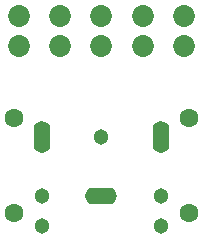
<source format=gbr>
G04 #@! TF.GenerationSoftware,KiCad,Pcbnew,(5.1.10-1-10_14)*
G04 #@! TF.CreationDate,2021-10-22T13:12:01-04:00*
G04 #@! TF.ProjectId,Extron Audio 3.5mm Adapter,45787472-6f6e-4204-9175-64696f20332e,1*
G04 #@! TF.SameCoordinates,Original*
G04 #@! TF.FileFunction,Soldermask,Bot*
G04 #@! TF.FilePolarity,Negative*
%FSLAX46Y46*%
G04 Gerber Fmt 4.6, Leading zero omitted, Abs format (unit mm)*
G04 Created by KiCad (PCBNEW (5.1.10-1-10_14)) date 2021-10-22 13:12:01*
%MOMM*%
%LPD*%
G01*
G04 APERTURE LIST*
%ADD10O,2.717600X1.409600*%
%ADD11O,1.409600X2.717600*%
%ADD12C,1.301600*%
%ADD13C,1.851600*%
%ADD14C,1.601600*%
G04 APERTURE END LIST*
D10*
X145460000Y-117400000D03*
D11*
X150460000Y-112400000D03*
X140460000Y-112400000D03*
D12*
X140460000Y-119900000D03*
X140460000Y-117400000D03*
X145460000Y-112400000D03*
X150460000Y-119900000D03*
X150460000Y-117400000D03*
D13*
X138460000Y-102190000D03*
X141960000Y-102190000D03*
X145460000Y-102190000D03*
X148960000Y-102190000D03*
X152460000Y-102190000D03*
X138460000Y-104690000D03*
X141960000Y-104690000D03*
X145460000Y-104690000D03*
X148960000Y-104690000D03*
X152460000Y-104690000D03*
D14*
X152830000Y-118790000D03*
X152830000Y-110790000D03*
X138080000Y-118800000D03*
X138080000Y-110800000D03*
M02*

</source>
